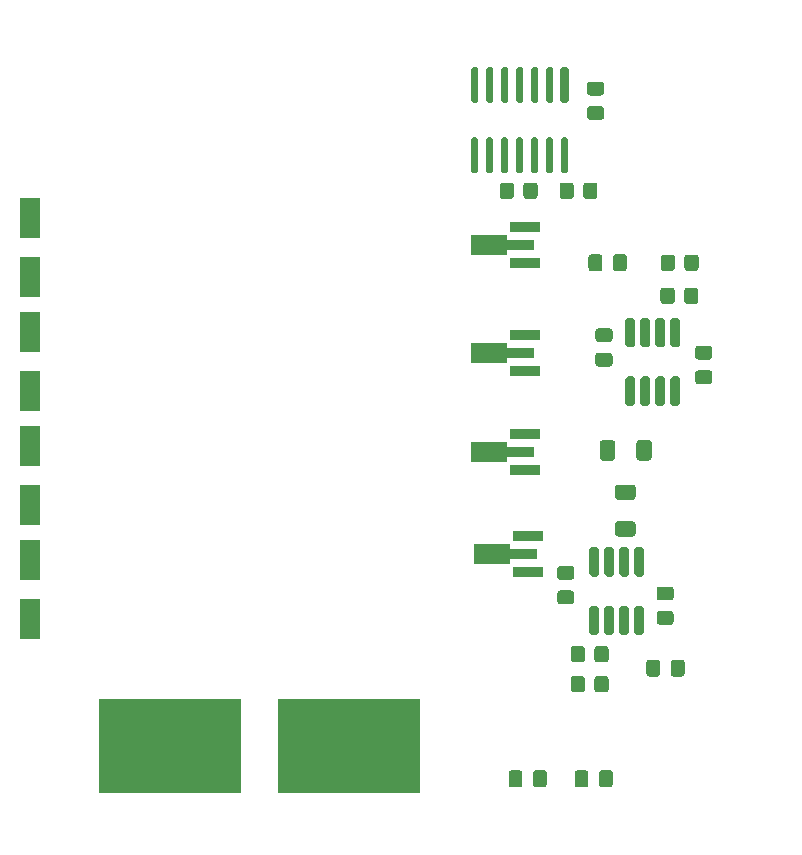
<source format=gbp>
%TF.GenerationSoftware,KiCad,Pcbnew,(5.1.8)-1*%
%TF.CreationDate,2021-11-19T10:16:48+01:00*%
%TF.ProjectId,Base,42617365-2e6b-4696-9361-645f70636258,rev?*%
%TF.SameCoordinates,Original*%
%TF.FileFunction,Paste,Bot*%
%TF.FilePolarity,Positive*%
%FSLAX46Y46*%
G04 Gerber Fmt 4.6, Leading zero omitted, Abs format (unit mm)*
G04 Created by KiCad (PCBNEW (5.1.8)-1) date 2021-11-19 10:16:48*
%MOMM*%
%LPD*%
G01*
G04 APERTURE LIST*
%ADD10R,12.000000X8.000000*%
%ADD11R,1.800000X3.500000*%
%ADD12R,2.600000X0.900000*%
%ADD13C,0.100000*%
G04 APERTURE END LIST*
D10*
%TO.C,BT3*%
X128695000Y-124720000D03*
X143845000Y-124720000D03*
%TD*%
%TO.C,U3*%
G36*
G01*
X162290200Y-70216600D02*
X161890200Y-70216600D01*
G75*
G02*
X161690200Y-70016600I0J200000D01*
G01*
X161690200Y-67416600D01*
G75*
G02*
X161890200Y-67216600I200000J0D01*
G01*
X162290200Y-67216600D01*
G75*
G02*
X162490200Y-67416600I0J-200000D01*
G01*
X162490200Y-70016600D01*
G75*
G02*
X162290200Y-70216600I-200000J0D01*
G01*
G37*
G36*
G01*
X160970200Y-70216600D02*
X160670200Y-70216600D01*
G75*
G02*
X160520200Y-70066600I0J150000D01*
G01*
X160520200Y-67366600D01*
G75*
G02*
X160670200Y-67216600I150000J0D01*
G01*
X160970200Y-67216600D01*
G75*
G02*
X161120200Y-67366600I0J-150000D01*
G01*
X161120200Y-70066600D01*
G75*
G02*
X160970200Y-70216600I-150000J0D01*
G01*
G37*
G36*
G01*
X159700200Y-70216600D02*
X159400200Y-70216600D01*
G75*
G02*
X159250200Y-70066600I0J150000D01*
G01*
X159250200Y-67366600D01*
G75*
G02*
X159400200Y-67216600I150000J0D01*
G01*
X159700200Y-67216600D01*
G75*
G02*
X159850200Y-67366600I0J-150000D01*
G01*
X159850200Y-70066600D01*
G75*
G02*
X159700200Y-70216600I-150000J0D01*
G01*
G37*
G36*
G01*
X158430200Y-70216600D02*
X158130200Y-70216600D01*
G75*
G02*
X157980200Y-70066600I0J150000D01*
G01*
X157980200Y-67366600D01*
G75*
G02*
X158130200Y-67216600I150000J0D01*
G01*
X158430200Y-67216600D01*
G75*
G02*
X158580200Y-67366600I0J-150000D01*
G01*
X158580200Y-70066600D01*
G75*
G02*
X158430200Y-70216600I-150000J0D01*
G01*
G37*
G36*
G01*
X157160200Y-70216600D02*
X156860200Y-70216600D01*
G75*
G02*
X156710200Y-70066600I0J150000D01*
G01*
X156710200Y-67366600D01*
G75*
G02*
X156860200Y-67216600I150000J0D01*
G01*
X157160200Y-67216600D01*
G75*
G02*
X157310200Y-67366600I0J-150000D01*
G01*
X157310200Y-70066600D01*
G75*
G02*
X157160200Y-70216600I-150000J0D01*
G01*
G37*
G36*
G01*
X155890200Y-70216600D02*
X155590200Y-70216600D01*
G75*
G02*
X155440200Y-70066600I0J150000D01*
G01*
X155440200Y-67366600D01*
G75*
G02*
X155590200Y-67216600I150000J0D01*
G01*
X155890200Y-67216600D01*
G75*
G02*
X156040200Y-67366600I0J-150000D01*
G01*
X156040200Y-70066600D01*
G75*
G02*
X155890200Y-70216600I-150000J0D01*
G01*
G37*
G36*
G01*
X154620200Y-70216600D02*
X154320200Y-70216600D01*
G75*
G02*
X154170200Y-70066600I0J150000D01*
G01*
X154170200Y-67366600D01*
G75*
G02*
X154320200Y-67216600I150000J0D01*
G01*
X154620200Y-67216600D01*
G75*
G02*
X154770200Y-67366600I0J-150000D01*
G01*
X154770200Y-70066600D01*
G75*
G02*
X154620200Y-70216600I-150000J0D01*
G01*
G37*
G36*
G01*
X154620200Y-76166600D02*
X154320200Y-76166600D01*
G75*
G02*
X154170200Y-76016600I0J150000D01*
G01*
X154170200Y-73316600D01*
G75*
G02*
X154320200Y-73166600I150000J0D01*
G01*
X154620200Y-73166600D01*
G75*
G02*
X154770200Y-73316600I0J-150000D01*
G01*
X154770200Y-76016600D01*
G75*
G02*
X154620200Y-76166600I-150000J0D01*
G01*
G37*
G36*
G01*
X155890200Y-76166600D02*
X155590200Y-76166600D01*
G75*
G02*
X155440200Y-76016600I0J150000D01*
G01*
X155440200Y-73316600D01*
G75*
G02*
X155590200Y-73166600I150000J0D01*
G01*
X155890200Y-73166600D01*
G75*
G02*
X156040200Y-73316600I0J-150000D01*
G01*
X156040200Y-76016600D01*
G75*
G02*
X155890200Y-76166600I-150000J0D01*
G01*
G37*
G36*
G01*
X157160200Y-76166600D02*
X156860200Y-76166600D01*
G75*
G02*
X156710200Y-76016600I0J150000D01*
G01*
X156710200Y-73316600D01*
G75*
G02*
X156860200Y-73166600I150000J0D01*
G01*
X157160200Y-73166600D01*
G75*
G02*
X157310200Y-73316600I0J-150000D01*
G01*
X157310200Y-76016600D01*
G75*
G02*
X157160200Y-76166600I-150000J0D01*
G01*
G37*
G36*
G01*
X158430200Y-76166600D02*
X158130200Y-76166600D01*
G75*
G02*
X157980200Y-76016600I0J150000D01*
G01*
X157980200Y-73316600D01*
G75*
G02*
X158130200Y-73166600I150000J0D01*
G01*
X158430200Y-73166600D01*
G75*
G02*
X158580200Y-73316600I0J-150000D01*
G01*
X158580200Y-76016600D01*
G75*
G02*
X158430200Y-76166600I-150000J0D01*
G01*
G37*
G36*
G01*
X159700200Y-76166600D02*
X159400200Y-76166600D01*
G75*
G02*
X159250200Y-76016600I0J150000D01*
G01*
X159250200Y-73316600D01*
G75*
G02*
X159400200Y-73166600I150000J0D01*
G01*
X159700200Y-73166600D01*
G75*
G02*
X159850200Y-73316600I0J-150000D01*
G01*
X159850200Y-76016600D01*
G75*
G02*
X159700200Y-76166600I-150000J0D01*
G01*
G37*
G36*
G01*
X160970200Y-76166600D02*
X160670200Y-76166600D01*
G75*
G02*
X160520200Y-76016600I0J150000D01*
G01*
X160520200Y-73316600D01*
G75*
G02*
X160670200Y-73166600I150000J0D01*
G01*
X160970200Y-73166600D01*
G75*
G02*
X161120200Y-73316600I0J-150000D01*
G01*
X161120200Y-76016600D01*
G75*
G02*
X160970200Y-76166600I-150000J0D01*
G01*
G37*
G36*
G01*
X162240200Y-76166600D02*
X161940200Y-76166600D01*
G75*
G02*
X161790200Y-76016600I0J150000D01*
G01*
X161790200Y-73316600D01*
G75*
G02*
X161940200Y-73166600I150000J0D01*
G01*
X162240200Y-73166600D01*
G75*
G02*
X162390200Y-73316600I0J-150000D01*
G01*
X162390200Y-76016600D01*
G75*
G02*
X162240200Y-76166600I-150000J0D01*
G01*
G37*
%TD*%
%TO.C,R6*%
G36*
G01*
X166595999Y-105662400D02*
X167846001Y-105662400D01*
G75*
G02*
X168096000Y-105912399I0J-249999D01*
G01*
X168096000Y-106712401D01*
G75*
G02*
X167846001Y-106962400I-249999J0D01*
G01*
X166595999Y-106962400D01*
G75*
G02*
X166346000Y-106712401I0J249999D01*
G01*
X166346000Y-105912399D01*
G75*
G02*
X166595999Y-105662400I249999J0D01*
G01*
G37*
G36*
G01*
X166595999Y-102562400D02*
X167846001Y-102562400D01*
G75*
G02*
X168096000Y-102812399I0J-249999D01*
G01*
X168096000Y-103612401D01*
G75*
G02*
X167846001Y-103862400I-249999J0D01*
G01*
X166595999Y-103862400D01*
G75*
G02*
X166346000Y-103612401I0J249999D01*
G01*
X166346000Y-102812399D01*
G75*
G02*
X166595999Y-102562400I249999J0D01*
G01*
G37*
%TD*%
%TO.C,R5*%
G36*
G01*
X168171200Y-100282001D02*
X168171200Y-99031999D01*
G75*
G02*
X168421199Y-98782000I249999J0D01*
G01*
X169221201Y-98782000D01*
G75*
G02*
X169471200Y-99031999I0J-249999D01*
G01*
X169471200Y-100282001D01*
G75*
G02*
X169221201Y-100532000I-249999J0D01*
G01*
X168421199Y-100532000D01*
G75*
G02*
X168171200Y-100282001I0J249999D01*
G01*
G37*
G36*
G01*
X165071200Y-100282001D02*
X165071200Y-99031999D01*
G75*
G02*
X165321199Y-98782000I249999J0D01*
G01*
X166121201Y-98782000D01*
G75*
G02*
X166371200Y-99031999I0J-249999D01*
G01*
X166371200Y-100282001D01*
G75*
G02*
X166121201Y-100532000I-249999J0D01*
G01*
X165321199Y-100532000D01*
G75*
G02*
X165071200Y-100282001I0J249999D01*
G01*
G37*
%TD*%
%TO.C,R8*%
G36*
G01*
X162868000Y-77235999D02*
X162868000Y-78136001D01*
G75*
G02*
X162618001Y-78386000I-249999J0D01*
G01*
X161917999Y-78386000D01*
G75*
G02*
X161668000Y-78136001I0J249999D01*
G01*
X161668000Y-77235999D01*
G75*
G02*
X161917999Y-76986000I249999J0D01*
G01*
X162618001Y-76986000D01*
G75*
G02*
X162868000Y-77235999I0J-249999D01*
G01*
G37*
G36*
G01*
X164868000Y-77235999D02*
X164868000Y-78136001D01*
G75*
G02*
X164618001Y-78386000I-249999J0D01*
G01*
X163917999Y-78386000D01*
G75*
G02*
X163668000Y-78136001I0J249999D01*
G01*
X163668000Y-77235999D01*
G75*
G02*
X163917999Y-76986000I249999J0D01*
G01*
X164618001Y-76986000D01*
G75*
G02*
X164868000Y-77235999I0J-249999D01*
G01*
G37*
%TD*%
%TO.C,R7*%
G36*
G01*
X157804000Y-77235999D02*
X157804000Y-78136001D01*
G75*
G02*
X157554001Y-78386000I-249999J0D01*
G01*
X156853999Y-78386000D01*
G75*
G02*
X156604000Y-78136001I0J249999D01*
G01*
X156604000Y-77235999D01*
G75*
G02*
X156853999Y-76986000I249999J0D01*
G01*
X157554001Y-76986000D01*
G75*
G02*
X157804000Y-77235999I0J-249999D01*
G01*
G37*
G36*
G01*
X159804000Y-77235999D02*
X159804000Y-78136001D01*
G75*
G02*
X159554001Y-78386000I-249999J0D01*
G01*
X158853999Y-78386000D01*
G75*
G02*
X158604000Y-78136001I0J249999D01*
G01*
X158604000Y-77235999D01*
G75*
G02*
X158853999Y-76986000I249999J0D01*
G01*
X159554001Y-76986000D01*
G75*
G02*
X159804000Y-77235999I0J-249999D01*
G01*
G37*
%TD*%
%TO.C,R4*%
G36*
G01*
X171431200Y-83331999D02*
X171431200Y-84232001D01*
G75*
G02*
X171181201Y-84482000I-249999J0D01*
G01*
X170481199Y-84482000D01*
G75*
G02*
X170231200Y-84232001I0J249999D01*
G01*
X170231200Y-83331999D01*
G75*
G02*
X170481199Y-83082000I249999J0D01*
G01*
X171181201Y-83082000D01*
G75*
G02*
X171431200Y-83331999I0J-249999D01*
G01*
G37*
G36*
G01*
X173431200Y-83331999D02*
X173431200Y-84232001D01*
G75*
G02*
X173181201Y-84482000I-249999J0D01*
G01*
X172481199Y-84482000D01*
G75*
G02*
X172231200Y-84232001I0J249999D01*
G01*
X172231200Y-83331999D01*
G75*
G02*
X172481199Y-83082000I249999J0D01*
G01*
X173181201Y-83082000D01*
G75*
G02*
X173431200Y-83331999I0J-249999D01*
G01*
G37*
%TD*%
%TO.C,R3*%
G36*
G01*
X171405200Y-86125999D02*
X171405200Y-87026001D01*
G75*
G02*
X171155201Y-87276000I-249999J0D01*
G01*
X170455199Y-87276000D01*
G75*
G02*
X170205200Y-87026001I0J249999D01*
G01*
X170205200Y-86125999D01*
G75*
G02*
X170455199Y-85876000I249999J0D01*
G01*
X171155201Y-85876000D01*
G75*
G02*
X171405200Y-86125999I0J-249999D01*
G01*
G37*
G36*
G01*
X173405200Y-86125999D02*
X173405200Y-87026001D01*
G75*
G02*
X173155201Y-87276000I-249999J0D01*
G01*
X172455199Y-87276000D01*
G75*
G02*
X172205200Y-87026001I0J249999D01*
G01*
X172205200Y-86125999D01*
G75*
G02*
X172455199Y-85876000I249999J0D01*
G01*
X173155201Y-85876000D01*
G75*
G02*
X173405200Y-86125999I0J-249999D01*
G01*
G37*
%TD*%
%TO.C,R2*%
G36*
G01*
X164611000Y-119906401D02*
X164611000Y-119006399D01*
G75*
G02*
X164860999Y-118756400I249999J0D01*
G01*
X165561001Y-118756400D01*
G75*
G02*
X165811000Y-119006399I0J-249999D01*
G01*
X165811000Y-119906401D01*
G75*
G02*
X165561001Y-120156400I-249999J0D01*
G01*
X164860999Y-120156400D01*
G75*
G02*
X164611000Y-119906401I0J249999D01*
G01*
G37*
G36*
G01*
X162611000Y-119906401D02*
X162611000Y-119006399D01*
G75*
G02*
X162860999Y-118756400I249999J0D01*
G01*
X163561001Y-118756400D01*
G75*
G02*
X163811000Y-119006399I0J-249999D01*
G01*
X163811000Y-119906401D01*
G75*
G02*
X163561001Y-120156400I-249999J0D01*
G01*
X162860999Y-120156400D01*
G75*
G02*
X162611000Y-119906401I0J249999D01*
G01*
G37*
%TD*%
%TO.C,R1*%
G36*
G01*
X164611000Y-117366401D02*
X164611000Y-116466399D01*
G75*
G02*
X164860999Y-116216400I249999J0D01*
G01*
X165561001Y-116216400D01*
G75*
G02*
X165811000Y-116466399I0J-249999D01*
G01*
X165811000Y-117366401D01*
G75*
G02*
X165561001Y-117616400I-249999J0D01*
G01*
X164860999Y-117616400D01*
G75*
G02*
X164611000Y-117366401I0J249999D01*
G01*
G37*
G36*
G01*
X162611000Y-117366401D02*
X162611000Y-116466399D01*
G75*
G02*
X162860999Y-116216400I249999J0D01*
G01*
X163561001Y-116216400D01*
G75*
G02*
X163811000Y-116466399I0J-249999D01*
G01*
X163811000Y-117366401D01*
G75*
G02*
X163561001Y-117616400I-249999J0D01*
G01*
X162860999Y-117616400D01*
G75*
G02*
X162611000Y-117366401I0J249999D01*
G01*
G37*
%TD*%
%TO.C,C10*%
G36*
G01*
X164104000Y-126995000D02*
X164104000Y-127945000D01*
G75*
G02*
X163854000Y-128195000I-250000J0D01*
G01*
X163179000Y-128195000D01*
G75*
G02*
X162929000Y-127945000I0J250000D01*
G01*
X162929000Y-126995000D01*
G75*
G02*
X163179000Y-126745000I250000J0D01*
G01*
X163854000Y-126745000D01*
G75*
G02*
X164104000Y-126995000I0J-250000D01*
G01*
G37*
G36*
G01*
X166179000Y-126995000D02*
X166179000Y-127945000D01*
G75*
G02*
X165929000Y-128195000I-250000J0D01*
G01*
X165254000Y-128195000D01*
G75*
G02*
X165004000Y-127945000I0J250000D01*
G01*
X165004000Y-126995000D01*
G75*
G02*
X165254000Y-126745000I250000J0D01*
G01*
X165929000Y-126745000D01*
G75*
G02*
X166179000Y-126995000I0J-250000D01*
G01*
G37*
%TD*%
%TO.C,C9*%
G36*
G01*
X159416000Y-127945000D02*
X159416000Y-126995000D01*
G75*
G02*
X159666000Y-126745000I250000J0D01*
G01*
X160341000Y-126745000D01*
G75*
G02*
X160591000Y-126995000I0J-250000D01*
G01*
X160591000Y-127945000D01*
G75*
G02*
X160341000Y-128195000I-250000J0D01*
G01*
X159666000Y-128195000D01*
G75*
G02*
X159416000Y-127945000I0J250000D01*
G01*
G37*
G36*
G01*
X157341000Y-127945000D02*
X157341000Y-126995000D01*
G75*
G02*
X157591000Y-126745000I250000J0D01*
G01*
X158266000Y-126745000D01*
G75*
G02*
X158516000Y-126995000I0J-250000D01*
G01*
X158516000Y-127945000D01*
G75*
G02*
X158266000Y-128195000I-250000J0D01*
G01*
X157591000Y-128195000D01*
G75*
G02*
X157341000Y-127945000I0J250000D01*
G01*
G37*
%TD*%
%TO.C,C8*%
G36*
G01*
X164231400Y-70516000D02*
X165181400Y-70516000D01*
G75*
G02*
X165431400Y-70766000I0J-250000D01*
G01*
X165431400Y-71441000D01*
G75*
G02*
X165181400Y-71691000I-250000J0D01*
G01*
X164231400Y-71691000D01*
G75*
G02*
X163981400Y-71441000I0J250000D01*
G01*
X163981400Y-70766000D01*
G75*
G02*
X164231400Y-70516000I250000J0D01*
G01*
G37*
G36*
G01*
X164231400Y-68441000D02*
X165181400Y-68441000D01*
G75*
G02*
X165431400Y-68691000I0J-250000D01*
G01*
X165431400Y-69366000D01*
G75*
G02*
X165181400Y-69616000I-250000J0D01*
G01*
X164231400Y-69616000D01*
G75*
G02*
X163981400Y-69366000I0J250000D01*
G01*
X163981400Y-68691000D01*
G75*
G02*
X164231400Y-68441000I250000J0D01*
G01*
G37*
%TD*%
%TO.C,C6*%
G36*
G01*
X162654000Y-110624400D02*
X161704000Y-110624400D01*
G75*
G02*
X161454000Y-110374400I0J250000D01*
G01*
X161454000Y-109699400D01*
G75*
G02*
X161704000Y-109449400I250000J0D01*
G01*
X162654000Y-109449400D01*
G75*
G02*
X162904000Y-109699400I0J-250000D01*
G01*
X162904000Y-110374400D01*
G75*
G02*
X162654000Y-110624400I-250000J0D01*
G01*
G37*
G36*
G01*
X162654000Y-112699400D02*
X161704000Y-112699400D01*
G75*
G02*
X161454000Y-112449400I0J250000D01*
G01*
X161454000Y-111774400D01*
G75*
G02*
X161704000Y-111524400I250000J0D01*
G01*
X162654000Y-111524400D01*
G75*
G02*
X162904000Y-111774400I0J-250000D01*
G01*
X162904000Y-112449400D01*
G75*
G02*
X162654000Y-112699400I-250000J0D01*
G01*
G37*
%TD*%
%TO.C,C5*%
G36*
G01*
X173388200Y-92880600D02*
X174338200Y-92880600D01*
G75*
G02*
X174588200Y-93130600I0J-250000D01*
G01*
X174588200Y-93805600D01*
G75*
G02*
X174338200Y-94055600I-250000J0D01*
G01*
X173388200Y-94055600D01*
G75*
G02*
X173138200Y-93805600I0J250000D01*
G01*
X173138200Y-93130600D01*
G75*
G02*
X173388200Y-92880600I250000J0D01*
G01*
G37*
G36*
G01*
X173388200Y-90805600D02*
X174338200Y-90805600D01*
G75*
G02*
X174588200Y-91055600I0J-250000D01*
G01*
X174588200Y-91730600D01*
G75*
G02*
X174338200Y-91980600I-250000J0D01*
G01*
X173388200Y-91980600D01*
G75*
G02*
X173138200Y-91730600I0J250000D01*
G01*
X173138200Y-91055600D01*
G75*
G02*
X173388200Y-90805600I250000J0D01*
G01*
G37*
%TD*%
%TO.C,C4*%
G36*
G01*
X167360200Y-83307000D02*
X167360200Y-84257000D01*
G75*
G02*
X167110200Y-84507000I-250000J0D01*
G01*
X166435200Y-84507000D01*
G75*
G02*
X166185200Y-84257000I0J250000D01*
G01*
X166185200Y-83307000D01*
G75*
G02*
X166435200Y-83057000I250000J0D01*
G01*
X167110200Y-83057000D01*
G75*
G02*
X167360200Y-83307000I0J-250000D01*
G01*
G37*
G36*
G01*
X165285200Y-83307000D02*
X165285200Y-84257000D01*
G75*
G02*
X165035200Y-84507000I-250000J0D01*
G01*
X164360200Y-84507000D01*
G75*
G02*
X164110200Y-84257000I0J250000D01*
G01*
X164110200Y-83307000D01*
G75*
G02*
X164360200Y-83057000I250000J0D01*
G01*
X165035200Y-83057000D01*
G75*
G02*
X165285200Y-83307000I0J-250000D01*
G01*
G37*
%TD*%
%TO.C,C3*%
G36*
G01*
X171074600Y-118572400D02*
X171074600Y-117622400D01*
G75*
G02*
X171324600Y-117372400I250000J0D01*
G01*
X171999600Y-117372400D01*
G75*
G02*
X172249600Y-117622400I0J-250000D01*
G01*
X172249600Y-118572400D01*
G75*
G02*
X171999600Y-118822400I-250000J0D01*
G01*
X171324600Y-118822400D01*
G75*
G02*
X171074600Y-118572400I0J250000D01*
G01*
G37*
G36*
G01*
X168999600Y-118572400D02*
X168999600Y-117622400D01*
G75*
G02*
X169249600Y-117372400I250000J0D01*
G01*
X169924600Y-117372400D01*
G75*
G02*
X170174600Y-117622400I0J-250000D01*
G01*
X170174600Y-118572400D01*
G75*
G02*
X169924600Y-118822400I-250000J0D01*
G01*
X169249600Y-118822400D01*
G75*
G02*
X168999600Y-118572400I0J250000D01*
G01*
G37*
%TD*%
%TO.C,C2*%
G36*
G01*
X164942600Y-91394800D02*
X165892600Y-91394800D01*
G75*
G02*
X166142600Y-91644800I0J-250000D01*
G01*
X166142600Y-92319800D01*
G75*
G02*
X165892600Y-92569800I-250000J0D01*
G01*
X164942600Y-92569800D01*
G75*
G02*
X164692600Y-92319800I0J250000D01*
G01*
X164692600Y-91644800D01*
G75*
G02*
X164942600Y-91394800I250000J0D01*
G01*
G37*
G36*
G01*
X164942600Y-89319800D02*
X165892600Y-89319800D01*
G75*
G02*
X166142600Y-89569800I0J-250000D01*
G01*
X166142600Y-90244800D01*
G75*
G02*
X165892600Y-90494800I-250000J0D01*
G01*
X164942600Y-90494800D01*
G75*
G02*
X164692600Y-90244800I0J250000D01*
G01*
X164692600Y-89569800D01*
G75*
G02*
X164942600Y-89319800I250000J0D01*
G01*
G37*
%TD*%
%TO.C,C1*%
G36*
G01*
X171074200Y-112364200D02*
X170124200Y-112364200D01*
G75*
G02*
X169874200Y-112114200I0J250000D01*
G01*
X169874200Y-111439200D01*
G75*
G02*
X170124200Y-111189200I250000J0D01*
G01*
X171074200Y-111189200D01*
G75*
G02*
X171324200Y-111439200I0J-250000D01*
G01*
X171324200Y-112114200D01*
G75*
G02*
X171074200Y-112364200I-250000J0D01*
G01*
G37*
G36*
G01*
X171074200Y-114439200D02*
X170124200Y-114439200D01*
G75*
G02*
X169874200Y-114189200I0J250000D01*
G01*
X169874200Y-113514200D01*
G75*
G02*
X170124200Y-113264200I250000J0D01*
G01*
X171074200Y-113264200D01*
G75*
G02*
X171324200Y-113514200I0J-250000D01*
G01*
X171324200Y-114189200D01*
G75*
G02*
X171074200Y-114439200I-250000J0D01*
G01*
G37*
%TD*%
D11*
%TO.C,D4*%
X116802000Y-108968000D03*
X116802000Y-113968000D03*
%TD*%
%TO.C,D3*%
X116802000Y-99316000D03*
X116802000Y-104316000D03*
%TD*%
%TO.C,D2*%
X116802000Y-89664000D03*
X116802000Y-94664000D03*
%TD*%
%TO.C,D1*%
X116802000Y-80012000D03*
X116802000Y-85012000D03*
%TD*%
D12*
%TO.C,Q1*%
X158980000Y-106920000D03*
X158980000Y-109920000D03*
D13*
G36*
X154380000Y-107553500D02*
G01*
X157505000Y-107553500D01*
X157505000Y-107970000D01*
X159742500Y-107970000D01*
X159742500Y-108870000D01*
X157505000Y-108870000D01*
X157505000Y-109286500D01*
X154380000Y-109286500D01*
X154380000Y-107553500D01*
G37*
%TD*%
%TO.C,U2*%
G36*
G01*
X171650200Y-95901600D02*
X171250200Y-95901600D01*
G75*
G02*
X171050200Y-95701600I0J200000D01*
G01*
X171050200Y-93601600D01*
G75*
G02*
X171250200Y-93401600I200000J0D01*
G01*
X171650200Y-93401600D01*
G75*
G02*
X171850200Y-93601600I0J-200000D01*
G01*
X171850200Y-95701600D01*
G75*
G02*
X171650200Y-95901600I-200000J0D01*
G01*
G37*
G36*
G01*
X170380200Y-95901600D02*
X169980200Y-95901600D01*
G75*
G02*
X169780200Y-95701600I0J200000D01*
G01*
X169780200Y-93601600D01*
G75*
G02*
X169980200Y-93401600I200000J0D01*
G01*
X170380200Y-93401600D01*
G75*
G02*
X170580200Y-93601600I0J-200000D01*
G01*
X170580200Y-95701600D01*
G75*
G02*
X170380200Y-95901600I-200000J0D01*
G01*
G37*
G36*
G01*
X169110200Y-95901600D02*
X168710200Y-95901600D01*
G75*
G02*
X168510200Y-95701600I0J200000D01*
G01*
X168510200Y-93601600D01*
G75*
G02*
X168710200Y-93401600I200000J0D01*
G01*
X169110200Y-93401600D01*
G75*
G02*
X169310200Y-93601600I0J-200000D01*
G01*
X169310200Y-95701600D01*
G75*
G02*
X169110200Y-95901600I-200000J0D01*
G01*
G37*
G36*
G01*
X167840200Y-95901600D02*
X167440200Y-95901600D01*
G75*
G02*
X167240200Y-95701600I0J200000D01*
G01*
X167240200Y-93601600D01*
G75*
G02*
X167440200Y-93401600I200000J0D01*
G01*
X167840200Y-93401600D01*
G75*
G02*
X168040200Y-93601600I0J-200000D01*
G01*
X168040200Y-95701600D01*
G75*
G02*
X167840200Y-95901600I-200000J0D01*
G01*
G37*
G36*
G01*
X167840200Y-90951600D02*
X167440200Y-90951600D01*
G75*
G02*
X167240200Y-90751600I0J200000D01*
G01*
X167240200Y-88651600D01*
G75*
G02*
X167440200Y-88451600I200000J0D01*
G01*
X167840200Y-88451600D01*
G75*
G02*
X168040200Y-88651600I0J-200000D01*
G01*
X168040200Y-90751600D01*
G75*
G02*
X167840200Y-90951600I-200000J0D01*
G01*
G37*
G36*
G01*
X169110200Y-90951600D02*
X168710200Y-90951600D01*
G75*
G02*
X168510200Y-90751600I0J200000D01*
G01*
X168510200Y-88651600D01*
G75*
G02*
X168710200Y-88451600I200000J0D01*
G01*
X169110200Y-88451600D01*
G75*
G02*
X169310200Y-88651600I0J-200000D01*
G01*
X169310200Y-90751600D01*
G75*
G02*
X169110200Y-90951600I-200000J0D01*
G01*
G37*
G36*
G01*
X170380200Y-90951600D02*
X169980200Y-90951600D01*
G75*
G02*
X169780200Y-90751600I0J200000D01*
G01*
X169780200Y-88651600D01*
G75*
G02*
X169980200Y-88451600I200000J0D01*
G01*
X170380200Y-88451600D01*
G75*
G02*
X170580200Y-88651600I0J-200000D01*
G01*
X170580200Y-90751600D01*
G75*
G02*
X170380200Y-90951600I-200000J0D01*
G01*
G37*
G36*
G01*
X171650200Y-90951600D02*
X171250200Y-90951600D01*
G75*
G02*
X171050200Y-90751600I0J200000D01*
G01*
X171050200Y-88651600D01*
G75*
G02*
X171250200Y-88451600I200000J0D01*
G01*
X171650200Y-88451600D01*
G75*
G02*
X171850200Y-88651600I0J-200000D01*
G01*
X171850200Y-90751600D01*
G75*
G02*
X171650200Y-90951600I-200000J0D01*
G01*
G37*
%TD*%
%TO.C,U1*%
G36*
G01*
X164392000Y-107857400D02*
X164792000Y-107857400D01*
G75*
G02*
X164992000Y-108057400I0J-200000D01*
G01*
X164992000Y-110157400D01*
G75*
G02*
X164792000Y-110357400I-200000J0D01*
G01*
X164392000Y-110357400D01*
G75*
G02*
X164192000Y-110157400I0J200000D01*
G01*
X164192000Y-108057400D01*
G75*
G02*
X164392000Y-107857400I200000J0D01*
G01*
G37*
G36*
G01*
X165662000Y-107857400D02*
X166062000Y-107857400D01*
G75*
G02*
X166262000Y-108057400I0J-200000D01*
G01*
X166262000Y-110157400D01*
G75*
G02*
X166062000Y-110357400I-200000J0D01*
G01*
X165662000Y-110357400D01*
G75*
G02*
X165462000Y-110157400I0J200000D01*
G01*
X165462000Y-108057400D01*
G75*
G02*
X165662000Y-107857400I200000J0D01*
G01*
G37*
G36*
G01*
X166932000Y-107857400D02*
X167332000Y-107857400D01*
G75*
G02*
X167532000Y-108057400I0J-200000D01*
G01*
X167532000Y-110157400D01*
G75*
G02*
X167332000Y-110357400I-200000J0D01*
G01*
X166932000Y-110357400D01*
G75*
G02*
X166732000Y-110157400I0J200000D01*
G01*
X166732000Y-108057400D01*
G75*
G02*
X166932000Y-107857400I200000J0D01*
G01*
G37*
G36*
G01*
X168202000Y-107857400D02*
X168602000Y-107857400D01*
G75*
G02*
X168802000Y-108057400I0J-200000D01*
G01*
X168802000Y-110157400D01*
G75*
G02*
X168602000Y-110357400I-200000J0D01*
G01*
X168202000Y-110357400D01*
G75*
G02*
X168002000Y-110157400I0J200000D01*
G01*
X168002000Y-108057400D01*
G75*
G02*
X168202000Y-107857400I200000J0D01*
G01*
G37*
G36*
G01*
X168202000Y-112807400D02*
X168602000Y-112807400D01*
G75*
G02*
X168802000Y-113007400I0J-200000D01*
G01*
X168802000Y-115107400D01*
G75*
G02*
X168602000Y-115307400I-200000J0D01*
G01*
X168202000Y-115307400D01*
G75*
G02*
X168002000Y-115107400I0J200000D01*
G01*
X168002000Y-113007400D01*
G75*
G02*
X168202000Y-112807400I200000J0D01*
G01*
G37*
G36*
G01*
X166932000Y-112807400D02*
X167332000Y-112807400D01*
G75*
G02*
X167532000Y-113007400I0J-200000D01*
G01*
X167532000Y-115107400D01*
G75*
G02*
X167332000Y-115307400I-200000J0D01*
G01*
X166932000Y-115307400D01*
G75*
G02*
X166732000Y-115107400I0J200000D01*
G01*
X166732000Y-113007400D01*
G75*
G02*
X166932000Y-112807400I200000J0D01*
G01*
G37*
G36*
G01*
X165662000Y-112807400D02*
X166062000Y-112807400D01*
G75*
G02*
X166262000Y-113007400I0J-200000D01*
G01*
X166262000Y-115107400D01*
G75*
G02*
X166062000Y-115307400I-200000J0D01*
G01*
X165662000Y-115307400D01*
G75*
G02*
X165462000Y-115107400I0J200000D01*
G01*
X165462000Y-113007400D01*
G75*
G02*
X165662000Y-112807400I200000J0D01*
G01*
G37*
G36*
G01*
X164392000Y-112807400D02*
X164792000Y-112807400D01*
G75*
G02*
X164992000Y-113007400I0J-200000D01*
G01*
X164992000Y-115107400D01*
G75*
G02*
X164792000Y-115307400I-200000J0D01*
G01*
X164392000Y-115307400D01*
G75*
G02*
X164192000Y-115107400I0J200000D01*
G01*
X164192000Y-113007400D01*
G75*
G02*
X164392000Y-112807400I200000J0D01*
G01*
G37*
%TD*%
D12*
%TO.C,Q4*%
X158726000Y-80758000D03*
X158726000Y-83758000D03*
D13*
G36*
X154126000Y-81391500D02*
G01*
X157251000Y-81391500D01*
X157251000Y-81808000D01*
X159488500Y-81808000D01*
X159488500Y-82708000D01*
X157251000Y-82708000D01*
X157251000Y-83124500D01*
X154126000Y-83124500D01*
X154126000Y-81391500D01*
G37*
%TD*%
D12*
%TO.C,Q3*%
X158726000Y-89902000D03*
X158726000Y-92902000D03*
D13*
G36*
X154126000Y-90535500D02*
G01*
X157251000Y-90535500D01*
X157251000Y-90952000D01*
X159488500Y-90952000D01*
X159488500Y-91852000D01*
X157251000Y-91852000D01*
X157251000Y-92268500D01*
X154126000Y-92268500D01*
X154126000Y-90535500D01*
G37*
%TD*%
D12*
%TO.C,Q2*%
X158726000Y-98284000D03*
X158726000Y-101284000D03*
D13*
G36*
X154126000Y-98917500D02*
G01*
X157251000Y-98917500D01*
X157251000Y-99334000D01*
X159488500Y-99334000D01*
X159488500Y-100234000D01*
X157251000Y-100234000D01*
X157251000Y-100650500D01*
X154126000Y-100650500D01*
X154126000Y-98917500D01*
G37*
%TD*%
M02*

</source>
